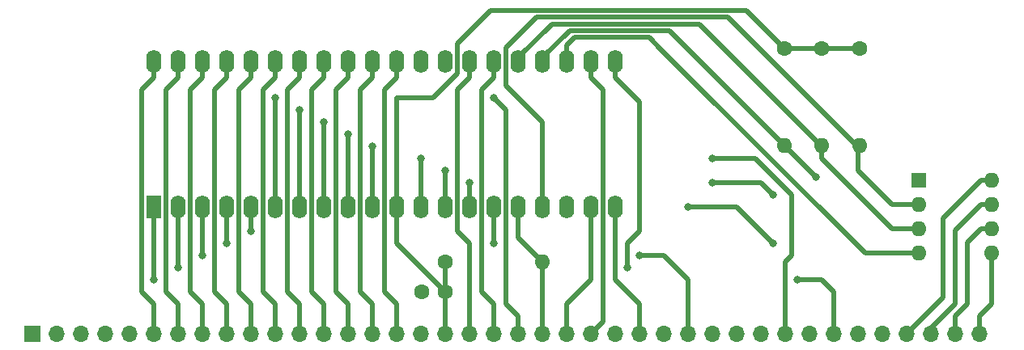
<source format=gbr>
G04 #@! TF.GenerationSoftware,KiCad,Pcbnew,(5.1.2)-2*
G04 #@! TF.CreationDate,2021-09-18T22:18:35+02:00*
G04 #@! TF.ProjectId,aZ80_CPU,615a3830-5f43-4505-952e-6b696361645f,rev?*
G04 #@! TF.SameCoordinates,Original*
G04 #@! TF.FileFunction,Copper,L1,Top*
G04 #@! TF.FilePolarity,Positive*
%FSLAX46Y46*%
G04 Gerber Fmt 4.6, Leading zero omitted, Abs format (unit mm)*
G04 Created by KiCad (PCBNEW (5.1.2)-2) date 2021-09-18 22:18:35*
%MOMM*%
%LPD*%
G04 APERTURE LIST*
%ADD10O,1.600000X1.600000*%
%ADD11C,1.600000*%
%ADD12O,1.600000X2.400000*%
%ADD13R,1.600000X2.400000*%
%ADD14R,1.600000X1.600000*%
%ADD15O,1.700000X1.700000*%
%ADD16R,1.700000X1.700000*%
%ADD17C,0.800000*%
%ADD18C,0.500000*%
G04 APERTURE END LIST*
D10*
X142340000Y-102465000D03*
D11*
X132180000Y-102465000D03*
D10*
X175514000Y-90297000D03*
D11*
X175514000Y-80137000D03*
D10*
X171550000Y-90297000D03*
D11*
X171550000Y-80137000D03*
D10*
X167640000Y-90297000D03*
D11*
X167640000Y-80137000D03*
X129680000Y-105640000D03*
X132180000Y-105640000D03*
D12*
X101700000Y-81510000D03*
X149960000Y-96750000D03*
X104240000Y-81510000D03*
X147420000Y-96750000D03*
X106780000Y-81510000D03*
X144880000Y-96750000D03*
X109320000Y-81510000D03*
X142340000Y-96750000D03*
X111860000Y-81510000D03*
X139800000Y-96750000D03*
X114400000Y-81510000D03*
X137260000Y-96750000D03*
X116940000Y-81510000D03*
X134720000Y-96750000D03*
X119480000Y-81510000D03*
X132180000Y-96750000D03*
X122020000Y-81510000D03*
X129640000Y-96750000D03*
X124560000Y-81510000D03*
X127100000Y-96750000D03*
X127100000Y-81510000D03*
X124560000Y-96750000D03*
X129640000Y-81510000D03*
X122020000Y-96750000D03*
X132180000Y-81510000D03*
X119480000Y-96750000D03*
X134720000Y-81510000D03*
X116940000Y-96750000D03*
X137260000Y-81510000D03*
X114400000Y-96750000D03*
X139800000Y-81510000D03*
X111860000Y-96750000D03*
X142340000Y-81510000D03*
X109320000Y-96750000D03*
X144880000Y-81510000D03*
X106780000Y-96750000D03*
X147420000Y-81510000D03*
X104240000Y-96750000D03*
X149960000Y-81510000D03*
D13*
X101700000Y-96750000D03*
D10*
X189330000Y-93950000D03*
X181710000Y-101570000D03*
X189330000Y-96490000D03*
X181710000Y-99030000D03*
X189330000Y-99030000D03*
X181710000Y-96490000D03*
X189330000Y-101570000D03*
D14*
X181710000Y-93950000D03*
D15*
X188060000Y-110000000D03*
X185520000Y-110000000D03*
X182980000Y-110000000D03*
X180440000Y-110000000D03*
X177900000Y-110000000D03*
X175360000Y-110000000D03*
X172820000Y-110000000D03*
X170280000Y-110000000D03*
X167740000Y-110000000D03*
X165200000Y-110000000D03*
X162660000Y-110000000D03*
X160120000Y-110000000D03*
X157580000Y-110000000D03*
X155040000Y-110000000D03*
X152500000Y-110000000D03*
X149960000Y-110000000D03*
X147420000Y-110000000D03*
X144880000Y-110000000D03*
X142340000Y-110000000D03*
X139800000Y-110000000D03*
X137260000Y-110000000D03*
X134720000Y-110000000D03*
X132180000Y-110000000D03*
X129640000Y-110000000D03*
X127100000Y-110000000D03*
X124560000Y-110000000D03*
X122020000Y-110000000D03*
X119480000Y-110000000D03*
X116940000Y-110000000D03*
X114400000Y-110000000D03*
X111860000Y-110000000D03*
X109320000Y-110000000D03*
X106780000Y-110000000D03*
X104240000Y-110000000D03*
X101700000Y-110000000D03*
X99160000Y-110000000D03*
X96620000Y-110000000D03*
X94080000Y-110000000D03*
X91540000Y-110000000D03*
D16*
X89000000Y-110000000D03*
D17*
X132180000Y-92940000D03*
X157580000Y-96750000D03*
X157580000Y-96750000D03*
X166470000Y-100560000D03*
X169010000Y-104370000D03*
X124560000Y-90400000D03*
X160120000Y-94210000D03*
X166470000Y-95480000D03*
X122020000Y-89130000D03*
X160120000Y-91670000D03*
X116940000Y-86590000D03*
X119480000Y-87860000D03*
X129640000Y-91670000D03*
X137260000Y-100560000D03*
X152500000Y-101830000D03*
X134720000Y-94210000D03*
X151230000Y-103100000D03*
X114400000Y-85320000D03*
X137260000Y-85320000D03*
X101700000Y-104370000D03*
X104240000Y-103100000D03*
X106780000Y-101830000D03*
X109320000Y-100560000D03*
X111860000Y-99290000D03*
X170915000Y-93575000D03*
D18*
X189330000Y-101570000D02*
X189330000Y-106910000D01*
X188060000Y-108180000D02*
X188060000Y-110000000D01*
X189330000Y-106910000D02*
X188060000Y-108180000D01*
X188198630Y-99030000D02*
X186790000Y-100438630D01*
X189330000Y-99030000D02*
X188198630Y-99030000D01*
X186790000Y-100438630D02*
X186790000Y-106910000D01*
X185520000Y-108180000D02*
X185520000Y-110000000D01*
X186790000Y-106910000D02*
X185520000Y-108180000D01*
X182980000Y-109450000D02*
X182980000Y-110000000D01*
X185520000Y-106910000D02*
X182980000Y-109450000D01*
X185520000Y-99168630D02*
X185520000Y-106910000D01*
X189330000Y-96490000D02*
X188198630Y-96490000D01*
X188198630Y-96490000D02*
X185520000Y-99168630D01*
X188198630Y-93950000D02*
X184250000Y-97898630D01*
X189330000Y-93950000D02*
X188198630Y-93950000D01*
X184250000Y-106190000D02*
X180440000Y-110000000D01*
X184250000Y-97898630D02*
X184250000Y-106190000D01*
X132180000Y-96750000D02*
X132180000Y-92940000D01*
X157580000Y-96750000D02*
X162660000Y-96750000D01*
X162660000Y-96750000D02*
X166470000Y-100560000D01*
X169010000Y-104370000D02*
X171550000Y-104370000D01*
X172820000Y-105640000D02*
X172820000Y-110000000D01*
X171550000Y-104370000D02*
X172820000Y-105640000D01*
X124560000Y-96750000D02*
X124560000Y-90400000D01*
X160120000Y-94210000D02*
X165200000Y-94210000D01*
X165200000Y-94210000D02*
X166470000Y-95480000D01*
X122020000Y-96750000D02*
X122020000Y-89130000D01*
X160120000Y-91670000D02*
X164565000Y-91670000D01*
X164565000Y-91670000D02*
X168375000Y-95480000D01*
X168375000Y-95480000D02*
X168375000Y-101830000D01*
X167740000Y-102465000D02*
X167740000Y-110000000D01*
X168375000Y-101830000D02*
X167740000Y-102465000D01*
X116940000Y-96750000D02*
X116940000Y-86590000D01*
X119480000Y-96750000D02*
X119480000Y-87860000D01*
X129640000Y-96750000D02*
X129640000Y-91670000D01*
X137260000Y-96750000D02*
X137260000Y-100560000D01*
X152500000Y-101830000D02*
X155040000Y-101830000D01*
X157580000Y-104370000D02*
X157580000Y-110000000D01*
X155040000Y-101830000D02*
X157580000Y-104370000D01*
X134720000Y-96750000D02*
X134720000Y-94210000D01*
X149960000Y-96750000D02*
X149960000Y-104370000D01*
X152500000Y-106910000D02*
X152500000Y-110000000D01*
X149960000Y-104370000D02*
X152500000Y-106910000D01*
X149960000Y-83210000D02*
X152500000Y-85750000D01*
X149960000Y-81510000D02*
X149960000Y-83210000D01*
X152500000Y-85750000D02*
X152500000Y-99290000D01*
X152500000Y-99290000D02*
X151230000Y-100560000D01*
X151230000Y-100560000D02*
X151230000Y-103100000D01*
X148269999Y-109150001D02*
X147420000Y-110000000D01*
X148670010Y-108749990D02*
X148269999Y-109150001D01*
X148670010Y-84460010D02*
X148670010Y-108749990D01*
X147420000Y-83210000D02*
X148670010Y-84460010D01*
X147420000Y-81510000D02*
X147420000Y-83210000D01*
X147420000Y-96750000D02*
X147420000Y-104370000D01*
X144880000Y-106910000D02*
X144880000Y-110000000D01*
X147420000Y-104370000D02*
X144880000Y-106910000D01*
X142340000Y-108180000D02*
X142340000Y-110000000D01*
X139800000Y-99925000D02*
X142340000Y-102465000D01*
X139800000Y-96750000D02*
X139800000Y-99925000D01*
X142340000Y-102465000D02*
X142340000Y-108180000D01*
X114400000Y-96750000D02*
X114400000Y-85320000D01*
X138530000Y-86590000D02*
X137260000Y-85320000D01*
X139800000Y-108180000D02*
X138530000Y-106910000D01*
X138510010Y-86609990D02*
X138530000Y-86590000D01*
X139800000Y-110000000D02*
X139800000Y-108180000D01*
X138530000Y-106910000D02*
X138530000Y-103735000D01*
X138510010Y-103715010D02*
X138530000Y-103735000D01*
X138510010Y-100884990D02*
X138510010Y-103715010D01*
X138510010Y-100884990D02*
X138510010Y-86609990D01*
X138510010Y-101214990D02*
X138510010Y-100884990D01*
X136009990Y-84460010D02*
X136009990Y-105659990D01*
X137260000Y-81510000D02*
X137260000Y-83210000D01*
X137260000Y-83210000D02*
X136009990Y-84460010D01*
X136009990Y-105659990D02*
X137260000Y-106910000D01*
X137260000Y-106910000D02*
X137260000Y-110000000D01*
X134720000Y-83210000D02*
X134720000Y-81510000D01*
X133450000Y-84480000D02*
X134720000Y-83210000D01*
X133450000Y-99290000D02*
X133450000Y-84480000D01*
X134720000Y-110000000D02*
X134720000Y-100560000D01*
X134720000Y-100560000D02*
X133450000Y-99290000D01*
X132180000Y-110000000D02*
X132180000Y-105640000D01*
X127100000Y-100560000D02*
X127100000Y-96750000D01*
X132180000Y-105640000D02*
X127100000Y-100560000D01*
X132180000Y-102465000D02*
X132180000Y-105640000D01*
X163672960Y-76169960D02*
X167640000Y-80137000D01*
X127100000Y-85320000D02*
X130910000Y-85320000D01*
X127100000Y-96750000D02*
X127100000Y-85320000D01*
X130910000Y-85320000D02*
X133450000Y-82780000D01*
X133450000Y-82780000D02*
X133450000Y-79605000D01*
X133450000Y-79605000D02*
X136885040Y-76169960D01*
X136885040Y-76169960D02*
X163672960Y-76169960D01*
X167640000Y-80137000D02*
X171550000Y-80137000D01*
X171550000Y-80137000D02*
X175260000Y-80137000D01*
X125849990Y-84460010D02*
X125849990Y-105659990D01*
X127100000Y-81510000D02*
X127100000Y-83210000D01*
X127100000Y-83210000D02*
X125849990Y-84460010D01*
X125849990Y-105659990D02*
X127100000Y-106910000D01*
X127100000Y-106910000D02*
X127100000Y-110000000D01*
X124560000Y-83210000D02*
X123290000Y-84480000D01*
X124560000Y-81510000D02*
X124560000Y-83210000D01*
X123290000Y-84480000D02*
X123290000Y-105640000D01*
X124560000Y-106910000D02*
X124560000Y-110000000D01*
X123290000Y-105640000D02*
X124560000Y-106910000D01*
X120769990Y-84460010D02*
X120769990Y-105659990D01*
X122020000Y-81510000D02*
X122020000Y-83210000D01*
X122020000Y-83210000D02*
X120769990Y-84460010D01*
X120769990Y-105659990D02*
X122020000Y-106910000D01*
X122020000Y-106910000D02*
X122020000Y-110000000D01*
X119480000Y-83210000D02*
X118210000Y-84480000D01*
X119480000Y-81510000D02*
X119480000Y-83210000D01*
X118210000Y-84480000D02*
X118210000Y-105640000D01*
X119480000Y-106910000D02*
X119480000Y-110000000D01*
X118210000Y-105640000D02*
X119480000Y-106910000D01*
X116940000Y-83210000D02*
X115670000Y-84480000D01*
X116940000Y-81510000D02*
X116940000Y-83210000D01*
X115670000Y-84480000D02*
X115670000Y-105640000D01*
X116940000Y-106910000D02*
X116940000Y-110000000D01*
X115670000Y-105640000D02*
X116940000Y-106910000D01*
X114400000Y-83210000D02*
X113130000Y-84480000D01*
X114400000Y-81510000D02*
X114400000Y-83210000D01*
X113130000Y-84480000D02*
X113130000Y-105640000D01*
X114400000Y-106910000D02*
X114400000Y-110000000D01*
X113130000Y-105640000D02*
X114400000Y-106910000D01*
X111860000Y-83210000D02*
X110590000Y-84480000D01*
X111860000Y-81510000D02*
X111860000Y-83210000D01*
X110590000Y-84480000D02*
X110590000Y-105640000D01*
X111860000Y-106910000D02*
X111860000Y-110000000D01*
X110590000Y-105640000D02*
X111860000Y-106910000D01*
X109320000Y-83210000D02*
X108050000Y-84480000D01*
X109320000Y-81510000D02*
X109320000Y-83210000D01*
X108050000Y-84480000D02*
X108050000Y-105640000D01*
X109320000Y-106910000D02*
X109320000Y-110000000D01*
X108050000Y-105640000D02*
X109320000Y-106910000D01*
X106780000Y-83210000D02*
X105510000Y-84480000D01*
X106780000Y-81510000D02*
X106780000Y-83210000D01*
X105510000Y-84480000D02*
X105510000Y-105640000D01*
X106780000Y-106910000D02*
X106780000Y-110000000D01*
X105510000Y-105640000D02*
X106780000Y-106910000D01*
X104240000Y-83210000D02*
X102970000Y-84480000D01*
X104240000Y-81510000D02*
X104240000Y-83210000D01*
X102970000Y-84480000D02*
X102970000Y-105640000D01*
X104240000Y-106910000D02*
X104240000Y-110000000D01*
X102970000Y-105640000D02*
X104240000Y-106910000D01*
X100449999Y-84460001D02*
X100449999Y-105659999D01*
X101700000Y-81510000D02*
X101700000Y-83210000D01*
X101700000Y-83210000D02*
X100449999Y-84460001D01*
X101700000Y-106910000D02*
X101700000Y-110000000D01*
X100449999Y-105659999D02*
X101700000Y-106910000D01*
X101700000Y-96750000D02*
X101700000Y-104370000D01*
X104240000Y-96750000D02*
X104240000Y-103100000D01*
X106780000Y-96750000D02*
X106780000Y-101830000D01*
X109320000Y-96750000D02*
X109320000Y-100560000D01*
X111860000Y-96750000D02*
X111860000Y-99290000D01*
X181450000Y-93950000D02*
X181710000Y-93950000D01*
X142340000Y-81510000D02*
X142340000Y-81110000D01*
X155609990Y-78269990D02*
X166940001Y-89600001D01*
X145180010Y-78269990D02*
X155609990Y-78269990D01*
X142340000Y-81110000D02*
X145180010Y-78269990D01*
X167740000Y-90400000D02*
X168539999Y-91199999D01*
X168539999Y-91199999D02*
X170915000Y-93575000D01*
X166940001Y-89600001D02*
X167740000Y-90400000D01*
X171550000Y-90400000D02*
X171550000Y-91670000D01*
X178910000Y-99030000D02*
X181710000Y-99030000D01*
X171550000Y-91670000D02*
X178910000Y-99030000D01*
X158719980Y-77569980D02*
X171550000Y-90400000D01*
X139800000Y-81110000D02*
X139800000Y-81510000D01*
X143340020Y-77569980D02*
X139800000Y-81110000D01*
X158719980Y-77569980D02*
X143340020Y-77569980D01*
X181710000Y-96490000D02*
X178910000Y-96490000D01*
X178910000Y-96490000D02*
X175360000Y-92940000D01*
X175360000Y-92940000D02*
X175360000Y-90400000D01*
X161705970Y-76869970D02*
X175260000Y-90424000D01*
X141750067Y-76869970D02*
X161705970Y-76869970D01*
X142340000Y-87860000D02*
X138530000Y-84050000D01*
X138530000Y-84050000D02*
X138530000Y-82407781D01*
X138530000Y-82407781D02*
X138549990Y-82427771D01*
X142340000Y-96750000D02*
X142340000Y-87860000D01*
X138549990Y-82427771D02*
X138549990Y-80070047D01*
X138549990Y-80070047D02*
X141750067Y-76869970D01*
X180578630Y-101570000D02*
X181710000Y-101570000D01*
X176089962Y-101570000D02*
X180578630Y-101570000D01*
X144880000Y-81510000D02*
X144880000Y-81110000D01*
X144880000Y-79810000D02*
X145720000Y-78970000D01*
X144880000Y-81510000D02*
X144880000Y-79810000D01*
X153489962Y-78970000D02*
X155217481Y-80697519D01*
X145720000Y-78970000D02*
X153489962Y-78970000D01*
X154379952Y-79859990D02*
X155217481Y-80697519D01*
X155217481Y-80697519D02*
X176089962Y-101570000D01*
M02*

</source>
